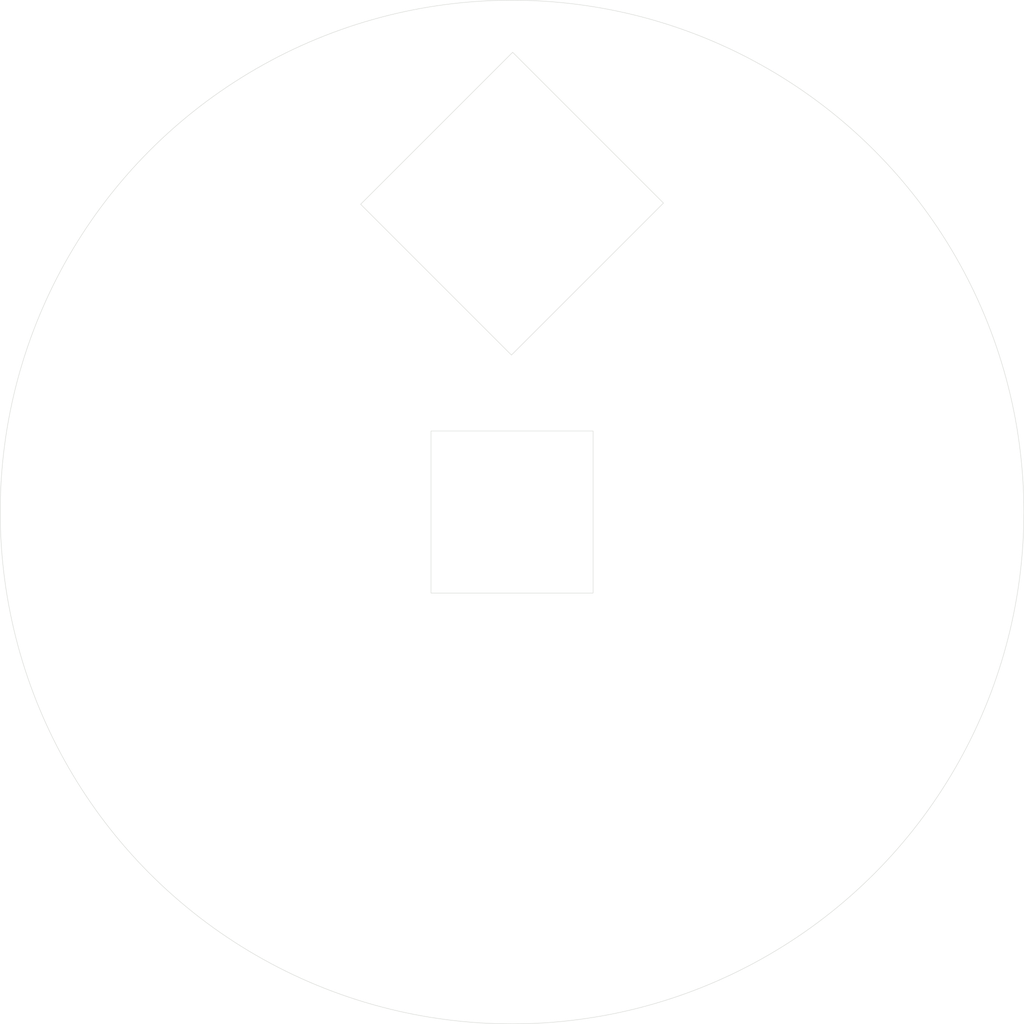
<source format=kicad_pcb>
(kicad_pcb
	(version 20241229)
	(generator "pcbnew")
	(generator_version "9.0")
	(general
		(thickness 1.6)
		(legacy_teardrops no)
	)
	(paper "A4")
	(layers
		(0 "F.Cu" signal)
		(2 "B.Cu" signal)
		(9 "F.Adhes" user "F.Adhesive")
		(11 "B.Adhes" user "B.Adhesive")
		(13 "F.Paste" user)
		(15 "B.Paste" user)
		(5 "F.SilkS" user "F.Silkscreen")
		(7 "B.SilkS" user "B.Silkscreen")
		(1 "F.Mask" user)
		(3 "B.Mask" user)
		(17 "Dwgs.User" user "User.Drawings")
		(19 "Cmts.User" user "User.Comments")
		(21 "Eco1.User" user "User.Eco1")
		(23 "Eco2.User" user "User.Eco2")
		(25 "Edge.Cuts" user)
		(27 "Margin" user)
		(31 "F.CrtYd" user "F.Courtyard")
		(29 "B.CrtYd" user "B.Courtyard")
		(35 "F.Fab" user)
		(33 "B.Fab" user)
		(39 "User.1" user)
		(41 "User.2" user)
		(43 "User.3" user)
		(45 "User.4" user)
	)
	(setup
		(pad_to_mask_clearance 0)
		(allow_soldermask_bridges_in_footprints no)
		(tenting front back)
		(pcbplotparams
			(layerselection 0x00000000_00000000_55555555_5755f5ff)
			(plot_on_all_layers_selection 0x00000000_00000000_00000000_00000000)
			(disableapertmacros no)
			(usegerberextensions no)
			(usegerberattributes yes)
			(usegerberadvancedattributes yes)
			(creategerberjobfile yes)
			(dashed_line_dash_ratio 12.000000)
			(dashed_line_gap_ratio 3.000000)
			(svgprecision 4)
			(plotframeref no)
			(mode 1)
			(useauxorigin no)
			(hpglpennumber 1)
			(hpglpenspeed 20)
			(hpglpendiameter 15.000000)
			(pdf_front_fp_property_popups yes)
			(pdf_back_fp_property_popups yes)
			(pdf_metadata yes)
			(pdf_single_document no)
			(dxfpolygonmode yes)
			(dxfimperialunits yes)
			(dxfusepcbnewfont yes)
			(psnegative no)
			(psa4output no)
			(plot_black_and_white yes)
			(sketchpadsonfab no)
			(plotpadnumbers no)
			(hidednponfab no)
			(sketchdnponfab yes)
			(crossoutdnponfab yes)
			(subtractmaskfromsilk no)
			(outputformat 1)
			(mirror no)
			(drillshape 0)
			(scaleselection 1)
			(outputdirectory "")
		)
	)
	(net 0 "")
	(gr_rect
		(start 97.25162 91.220711)
		(end 122.25162 116.220711)
		(stroke
			(width 0.1)
			(type solid)
		)
		(fill no)
		(layer "Dwgs.User")
		(uuid "872cbf66-ace3-4a33-a919-464cb2c2e858")
	)
	(gr_circle
		(center 109.75162 67.470711)
		(end 127.25162 67.470711)
		(stroke
			(width 0.1)
			(type solid)
		)
		(fill no)
		(layer "Dwgs.User")
		(uuid "d47e2571-0845-4c79-b6bc-c8657bf7167a")
	)
	(gr_circle
		(center 109.75162 103.720711)
		(end 169.75162 103.720711)
		(stroke
			(width 0.05)
			(type solid)
		)
		(fill no)
		(layer "Edge.Cuts")
		(uuid "2003a484-f223-4870-aa65-5738eced0efa")
	)
	(gr_rect
		(start 100.25162 94.220711)
		(end 119.25162 113.220711)
		(stroke
			(width 0.05)
			(type solid)
		)
		(fill no)
		(layer "Edge.Cuts")
		(uuid "9ffab00a-cd01-4c17-a24d-6a8f4a1a9f7a")
	)
	(gr_poly
		(pts
			(xy 92.00324 67.641422) (xy 109.822331 49.822331) (xy 127.5 67.5) (xy 109.680909 85.319091)
		)
		(stroke
			(width 0.05)
			(type solid)
		)
		(fill no)
		(layer "Edge.Cuts")
		(uuid "ed874ac0-91e3-4bbd-8b35-48c4ed198307")
	)
	(gr_text "Buoy George\nGNSS+Iridium"
		(at 86.25162 153.220711 0)
		(layer "Dwgs.User")
		(uuid "c12b46b5-f8bc-4928-b654-922af78bb219")
		(effects
			(font
				(size 5 5)
				(thickness 0.2)
				(bold yes)
			)
			(justify left bottom)
		)
	)
	(embedded_fonts no)
)

</source>
